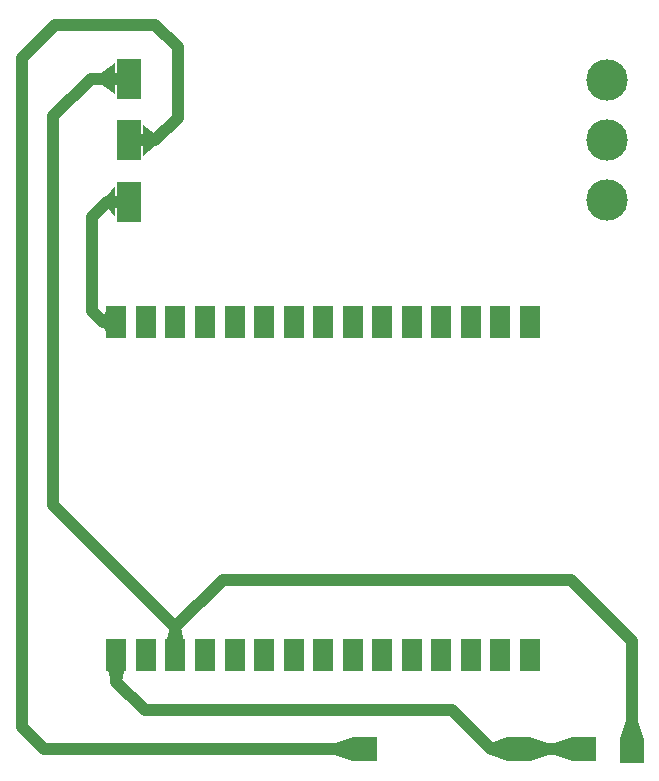
<source format=gbl>
G04 Layer: BottomLayer*
G04 EasyEDA v6.5.23, 2023-05-29 03:48:35*
G04 b1c44b26816341a292666476a3caf7de,51573694c6ad4d119dcc01f1d09fdc26,10*
G04 Gerber Generator version 0.2*
G04 Scale: 100 percent, Rotated: No, Reflected: No *
G04 Dimensions in millimeters *
G04 leading zeros omitted , absolute positions ,4 integer and 5 decimal *
%FSLAX45Y45*%
%MOMM*%

%ADD10C,1.0000*%
%ADD11R,2.0000X2.0000*%
%ADD12R,1.8000X2.8000*%
%ADD13C,3.5000*%
%ADD14R,2.0000X3.5000*%

%LPD*%
G36*
X8894876Y6303467D02*
G01*
X8772398Y6222187D01*
X8772398Y6122212D01*
X8894876Y6040932D01*
G37*
G36*
X9126423Y5782767D02*
G01*
X9126423Y5520232D01*
X9232900Y5601512D01*
X9232900Y5701487D01*
G37*
G36*
X8894876Y5262067D02*
G01*
X8826500Y5180787D01*
X8826500Y5080812D01*
X8894876Y4999532D01*
G37*
G36*
X10908588Y595325D02*
G01*
X10758576Y545287D01*
X10758576Y445312D01*
X10908588Y395274D01*
G37*
G36*
X12208611Y595325D02*
G01*
X12078563Y545287D01*
X12078563Y445312D01*
X12208611Y395274D01*
G37*
G36*
X12408611Y595325D02*
G01*
X12408611Y395274D01*
X12558623Y445312D01*
X12558623Y545287D01*
G37*
G36*
X12765074Y595325D02*
G01*
X12615113Y545287D01*
X12615113Y445312D01*
X12765074Y395274D01*
G37*
G36*
X13221512Y732586D02*
G01*
X13171474Y582625D01*
X13371525Y582625D01*
X13321487Y732586D01*
G37*
G36*
X8829090Y1195070D02*
G01*
X8855303Y1065022D01*
X8955278Y1065022D01*
X8981490Y1195070D01*
G37*
G36*
X9355277Y1525320D02*
G01*
X9329115Y1395069D01*
X9481515Y1395069D01*
X9455302Y1525320D01*
G37*
G36*
X8829090Y4215079D02*
G01*
X8788146Y4165041D01*
X8788146Y4065066D01*
X8829090Y4015079D01*
G37*
D10*
X9010650Y5130800D02*
G01*
X8826500Y5130800D01*
X8699500Y5003800D01*
X8699500Y4203700D01*
X8788145Y4115054D01*
X8905240Y4115054D01*
X13271500Y482600D02*
G01*
X13271500Y1409700D01*
X12750800Y1930400D01*
X9810495Y1930400D01*
X9405365Y1525270D01*
X8905240Y1065021D02*
G01*
X9144761Y825500D01*
X11748261Y825500D01*
X12078461Y495300D01*
X9405365Y1525270D02*
G01*
X9405365Y1295145D01*
X8905240Y1295145D02*
G01*
X8905240Y1065021D01*
X12308586Y495300D02*
G01*
X12078461Y495300D01*
X12865100Y495300D02*
G01*
X12308586Y495300D01*
X11008613Y495300D02*
G01*
X8293100Y495300D01*
X8102600Y685800D01*
X8102600Y6350000D01*
X8382000Y6629400D01*
X9232900Y6629400D01*
X9423400Y6438900D01*
X9423400Y5842000D01*
X9232900Y5651500D01*
X9010650Y5651500D01*
X9010650Y6172200D02*
G01*
X8686800Y6172200D01*
X8369300Y5854700D01*
X8369300Y2561336D01*
X9405365Y1525270D01*
D11*
G01*
X11008588Y495300D03*
G01*
X12308611Y495300D03*
G01*
X12865100Y495300D03*
G01*
X13271500Y482600D03*
D12*
G01*
X8905290Y1295095D03*
G01*
X9155277Y1295095D03*
G01*
X9405289Y1295095D03*
G01*
X9655276Y1295095D03*
G01*
X9905288Y1295095D03*
G01*
X10155300Y1295095D03*
G01*
X10405287Y1295095D03*
G01*
X10655300Y1295095D03*
G01*
X10905286Y1295095D03*
G01*
X11155299Y1295095D03*
G01*
X11405285Y1295095D03*
G01*
X11655297Y1295095D03*
G01*
X11905284Y1295095D03*
G01*
X12155297Y1295095D03*
G01*
X12405283Y1295095D03*
G01*
X8905290Y4115104D03*
G01*
X9155277Y4115104D03*
G01*
X9405289Y4115104D03*
G01*
X9655276Y4115104D03*
G01*
X9905288Y4115104D03*
G01*
X10155300Y4115104D03*
G01*
X10405287Y4115104D03*
G01*
X10655300Y4115104D03*
G01*
X10905286Y4115104D03*
G01*
X11155299Y4115104D03*
G01*
X11405285Y4115104D03*
G01*
X11655297Y4115104D03*
G01*
X11905284Y4115104D03*
G01*
X12155297Y4115104D03*
G01*
X12405283Y4115104D03*
D13*
G01*
X13055600Y5143500D03*
G01*
X13055600Y5651500D03*
G01*
X13055600Y6159500D03*
D14*
G01*
X9010650Y6172200D03*
G01*
X9010650Y5651500D03*
G01*
X9010650Y5130800D03*
M02*

</source>
